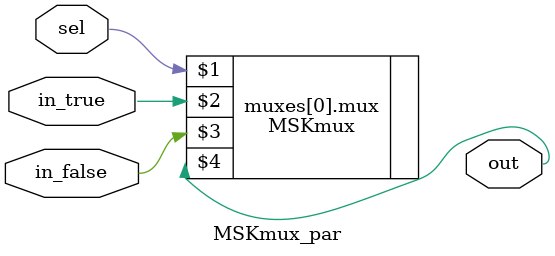
<source format=v>
(* fv_strat = "flatten" *)
module MSKmux_par #(parameter d=1, parameter count=1) (sel, in_true, in_false, out);

	input sel;
	input  [count*d-1:0] in_true;
	input  [count*d-1:0] in_false;
	output [count*d-1:0] out;

	genvar i;
	for(i=0; i<count; i=i+1) begin: muxes
		MSKmux #(d) mux(sel, in_true[i*d +: d], in_false[i*d +: d], out[i*d +: d]);
	end

endmodule

</source>
